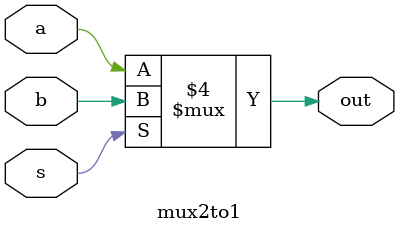
<source format=v>
module mux2to1(input a, input b, input s, output reg out);

always @(*) begin
    if (s == 0) begin
        out = a;
    end else begin
        out = b;
    end
end

endmodule
</source>
